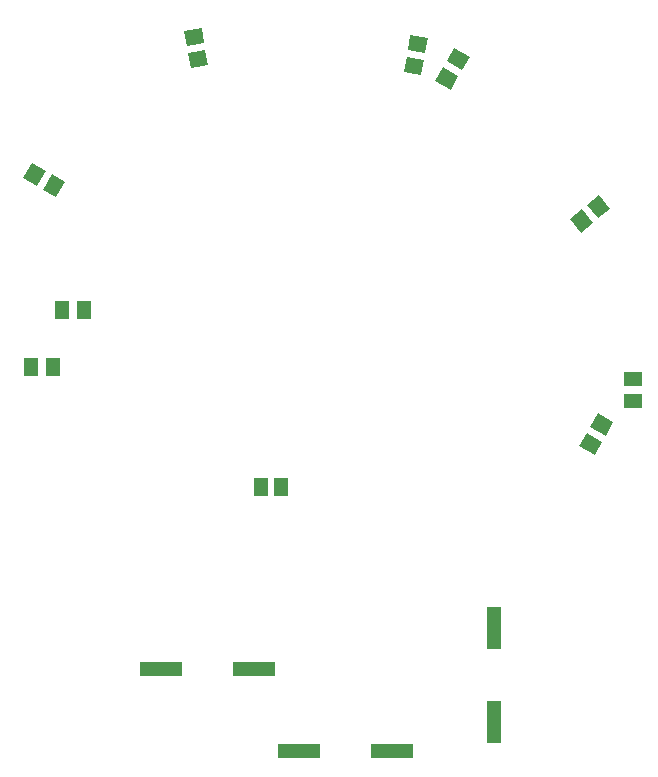
<source format=gbr>
G04 EAGLE Gerber RS-274X export*
G75*
%MOMM*%
%FSLAX34Y34*%
%LPD*%
%INSolderpaste Bottom*%
%IPPOS*%
%AMOC8*
5,1,8,0,0,1.08239X$1,22.5*%
G01*
%ADD10R,1.300000X1.500000*%
%ADD11R,1.500000X1.300000*%
%ADD12R,3.600000X1.300000*%
%ADD13R,1.300000X3.600000*%


D10*
G36*
X227815Y-101172D02*
X234315Y-89914D01*
X247305Y-97414D01*
X240805Y-108672D01*
X227815Y-101172D01*
G37*
G36*
X218315Y-117626D02*
X224815Y-106368D01*
X237805Y-113868D01*
X231305Y-125126D01*
X218315Y-117626D01*
G37*
D11*
X264091Y-79787D03*
X264091Y-60787D03*
D10*
G36*
X229903Y71377D02*
X219945Y63021D01*
X210303Y74511D01*
X220261Y82867D01*
X229903Y71377D01*
G37*
G36*
X244457Y83589D02*
X234499Y75233D01*
X224857Y86723D01*
X234815Y95079D01*
X244457Y83589D01*
G37*
G36*
X116044Y195588D02*
X109544Y184330D01*
X96554Y191830D01*
X103054Y203088D01*
X116044Y195588D01*
G37*
G36*
X125544Y212042D02*
X119044Y200784D01*
X106054Y208284D01*
X112554Y219542D01*
X125544Y212042D01*
G37*
G36*
X86942Y209103D02*
X84685Y196302D01*
X69914Y198907D01*
X72171Y211708D01*
X86942Y209103D01*
G37*
G36*
X90242Y227815D02*
X87985Y215014D01*
X73214Y217619D01*
X75471Y230420D01*
X90242Y227815D01*
G37*
G36*
X-98131Y218109D02*
X-95874Y205308D01*
X-110645Y202703D01*
X-112902Y215504D01*
X-98131Y218109D01*
G37*
G36*
X-101431Y236821D02*
X-99174Y224020D01*
X-113945Y221415D01*
X-116202Y234216D01*
X-101431Y236821D01*
G37*
X-51219Y-151933D03*
X-34219Y-151933D03*
D12*
X-57081Y-306663D03*
X-135831Y-306663D03*
X59662Y-375558D03*
X-19089Y-375558D03*
D13*
X146320Y-350740D03*
X146320Y-271990D03*
D10*
G36*
X-228362Y112675D02*
X-217104Y106175D01*
X-224604Y93185D01*
X-235862Y99685D01*
X-228362Y112675D01*
G37*
G36*
X-244816Y122175D02*
X-233558Y115675D01*
X-241058Y102685D01*
X-252316Y109185D01*
X-244816Y122175D01*
G37*
X-200811Y-2469D03*
X-219811Y-2469D03*
X-227116Y-50491D03*
X-246116Y-50491D03*
M02*

</source>
